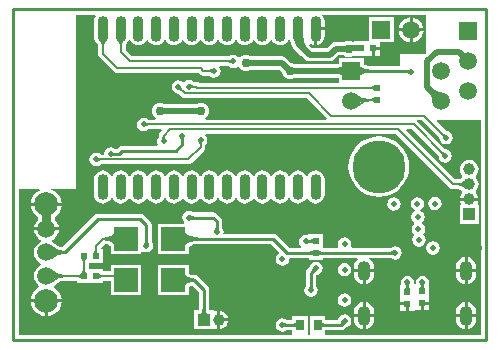
<source format=gbl>
%FSLAX25Y25*%
%MOIN*%
G70*
G01*
G75*
G04 Layer_Physical_Order=2*
G04 Layer_Color=16711680*
%ADD10C,0.01500*%
%ADD11C,0.00800*%
%ADD12C,0.02000*%
%ADD13C,0.01000*%
%ADD14C,0.04000*%
%ADD15R,0.04724X0.09843*%
%ADD16R,0.02756X0.03347*%
%ADD17R,0.02362X0.02362*%
%ADD18O,0.00984X0.04724*%
%ADD19O,0.04724X0.00984*%
%ADD20O,0.04724X0.01772*%
%ADD21O,0.01772X0.04724*%
%ADD22R,0.04724X0.01772*%
%ADD23R,0.02362X0.02362*%
%ADD24R,0.04331X0.04724*%
%ADD25R,0.05118X0.03937*%
%ADD26R,0.07087X0.03937*%
%ADD27R,0.02756X0.04724*%
%ADD28R,0.02992X0.04724*%
%ADD29R,0.03150X0.04724*%
%ADD30R,0.03347X0.02756*%
%ADD31R,0.04724X0.01969*%
%ADD32R,0.03937X0.03150*%
%ADD33R,0.03937X0.07087*%
%ADD34C,0.03000*%
%ADD35C,0.03500*%
%ADD36C,0.17716*%
%ADD37C,0.07874*%
%ADD38C,0.05906*%
%ADD39R,0.05906X0.05906*%
%ADD40R,0.03937X0.03937*%
%ADD41C,0.03937*%
%ADD42O,0.04331X0.06693*%
%ADD43R,0.03937X0.03937*%
%ADD44R,0.05906X0.05906*%
%ADD45C,0.03000*%
%ADD46C,0.02000*%
%ADD47R,0.07874X0.07874*%
%ADD48O,0.03543X0.08661*%
G36*
X27411Y-2182D02*
X27271Y-2364D01*
X26972Y-3087D01*
X26870Y-3863D01*
Y-8981D01*
X26972Y-9757D01*
X27271Y-10480D01*
X27695Y-11033D01*
X27744Y-11105D01*
X27747Y-11101D01*
X27767Y-11116D01*
X28120Y-11644D01*
X28234Y-12217D01*
X28225Y-12293D01*
X28236D01*
Y-14767D01*
X28236Y-14767D01*
X28236D01*
X28360Y-15391D01*
X28713Y-15921D01*
X33547Y-20753D01*
X34076Y-21107D01*
X34700Y-21231D01*
X61728D01*
X62147Y-21650D01*
X62676Y-22003D01*
X63300Y-22127D01*
X65270D01*
X65310Y-22144D01*
X65946Y-22569D01*
X66804Y-22739D01*
X67662Y-22569D01*
X68390Y-22082D01*
X68876Y-21354D01*
X69047Y-20496D01*
X68876Y-19638D01*
X68699Y-19372D01*
X68935Y-18931D01*
X71766D01*
X71806Y-18948D01*
X72442Y-19372D01*
X73300Y-19543D01*
X74158Y-19372D01*
X74747Y-18979D01*
X75226Y-19124D01*
X75242Y-19162D01*
X75674Y-19726D01*
X76238Y-20158D01*
X76895Y-20430D01*
X77600Y-20523D01*
X78305Y-20430D01*
X78962Y-20158D01*
X79112Y-20043D01*
X88471D01*
X89445Y-21017D01*
X89469Y-21205D01*
X89741Y-21862D01*
X90174Y-22426D01*
X90738Y-22858D01*
X91395Y-23131D01*
X92100Y-23223D01*
X92805Y-23131D01*
X93462Y-22858D01*
X93612Y-22743D01*
X108094D01*
X108447Y-22813D01*
Y-24516D01*
X62255D01*
X61772Y-24193D01*
X61147Y-24069D01*
X60134D01*
X60094Y-24052D01*
X59458Y-23628D01*
X58600Y-23457D01*
X57742Y-23628D01*
X57014Y-24114D01*
D01*
X56586Y-24214D01*
X55858Y-23728D01*
X55000Y-23557D01*
X54142Y-23728D01*
X53414Y-24214D01*
X52928Y-24942D01*
X52757Y-25800D01*
X52928Y-26658D01*
X53414Y-27386D01*
X54142Y-27872D01*
X54891Y-28021D01*
X54931Y-28038D01*
X56046Y-29153D01*
X56576Y-29507D01*
X57200Y-29631D01*
X97785D01*
X104392Y-36238D01*
X104200Y-36700D01*
X64064D01*
X63903Y-36227D01*
X64426Y-35826D01*
X64859Y-35262D01*
X65131Y-34605D01*
X65223Y-33900D01*
X65131Y-33195D01*
X64859Y-32538D01*
X64426Y-31974D01*
X63862Y-31542D01*
X63205Y-31269D01*
X62500Y-31177D01*
X61795Y-31269D01*
X61138Y-31542D01*
X60988Y-31657D01*
X50312D01*
X50162Y-31542D01*
X49505Y-31269D01*
X48800Y-31177D01*
X48095Y-31269D01*
X47438Y-31542D01*
X46874Y-31974D01*
X46442Y-32538D01*
X46169Y-33195D01*
X46077Y-33900D01*
X46169Y-34605D01*
X46442Y-35262D01*
X46874Y-35826D01*
X47397Y-36227D01*
X47236Y-36700D01*
X44902D01*
X44862Y-36683D01*
X44227Y-36259D01*
X43369Y-36088D01*
X42510Y-36259D01*
X41782Y-36745D01*
X41296Y-37473D01*
X41125Y-38331D01*
X41296Y-39190D01*
X41782Y-39918D01*
X42510Y-40404D01*
X43369Y-40575D01*
X44227Y-40404D01*
X44862Y-39979D01*
X44902Y-39963D01*
X49277D01*
X49468Y-40425D01*
X48946Y-40946D01*
X48593Y-41476D01*
X48469Y-42100D01*
Y-42366D01*
X48452Y-42406D01*
X48028Y-43042D01*
X47857Y-43900D01*
X48028Y-44758D01*
X48140Y-44926D01*
X47904Y-45367D01*
X36301D01*
X35638Y-45499D01*
X35075Y-45874D01*
X34583Y-46367D01*
X33866D01*
X33358Y-46028D01*
X32500Y-45857D01*
X31642Y-46028D01*
X30914Y-46514D01*
X30428Y-47242D01*
X30257Y-48100D01*
X30036Y-48369D01*
X29134D01*
X29094Y-48352D01*
X28458Y-47928D01*
X27600Y-47757D01*
X26742Y-47928D01*
X26014Y-48414D01*
X25528Y-49142D01*
X25357Y-50000D01*
X25528Y-50858D01*
X26014Y-51586D01*
X26742Y-52072D01*
X27600Y-52243D01*
X28458Y-52072D01*
X29094Y-51648D01*
X29134Y-51631D01*
X58300D01*
X58924Y-51507D01*
X59453Y-51153D01*
X63554Y-47054D01*
X63907Y-46524D01*
X64031Y-45900D01*
X64031Y-45900D01*
Y-45034D01*
X64048Y-44994D01*
X64472Y-44358D01*
X64643Y-43500D01*
X64472Y-42642D01*
X63986Y-41914D01*
X64093Y-41563D01*
X127456D01*
X145346Y-59453D01*
X145876Y-59807D01*
X146500Y-59931D01*
X148113D01*
Y-59947D01*
X148228Y-59931D01*
X148230D01*
X148947Y-60074D01*
X149604Y-60513D01*
X149640Y-60560D01*
X149637Y-60563D01*
X149637D01*
X149637D01*
X149637Y-60563D01*
Y-60563D01*
Y-60563D01*
D01*
X149637Y-60563D01*
X149665Y-60808D01*
X149640Y-61040D01*
X149132Y-61702D01*
X148813Y-62473D01*
X148770Y-62800D01*
X155030D01*
X154987Y-62473D01*
X154668Y-61702D01*
X154160Y-61040D01*
Y-60560D01*
X154668Y-59898D01*
X154987Y-59127D01*
X155096Y-58300D01*
X154987Y-57473D01*
X154668Y-56702D01*
X154160Y-56040D01*
Y-55560D01*
X154668Y-54898D01*
X154987Y-54127D01*
X155096Y-53300D01*
X154987Y-52473D01*
X154668Y-51702D01*
X154160Y-51040D01*
X153498Y-50532D01*
X152727Y-50213D01*
X151900Y-50104D01*
X151073Y-50213D01*
X150302Y-50532D01*
X149640Y-51040D01*
X149132Y-51702D01*
X148813Y-52473D01*
X148704Y-53300D01*
X148813Y-54127D01*
X149132Y-54898D01*
X149640Y-55560D01*
X149688Y-55597D01*
X149688Y-55597D01*
X149637Y-56037D01*
X149637D01*
D01*
D01*
X149637Y-56037D01*
X149640Y-56040D01*
X149604Y-56087D01*
X148947Y-56526D01*
X148230Y-56669D01*
X148228D01*
X148113Y-56653D01*
Y-56669D01*
X147176D01*
X130932Y-40425D01*
X131123Y-39963D01*
X132756D01*
X141699Y-48906D01*
X141716Y-48946D01*
X141865Y-49695D01*
X142351Y-50423D01*
X143079Y-50909D01*
X143937Y-51080D01*
X144795Y-50909D01*
X145523Y-50423D01*
X146009Y-49695D01*
X146180Y-48837D01*
X146009Y-47979D01*
X145523Y-47251D01*
X144795Y-46765D01*
X144046Y-46616D01*
X144006Y-46599D01*
X134585Y-37178D01*
X134644Y-36984D01*
X136177D01*
X141962Y-42769D01*
X141979Y-42809D01*
X142128Y-43558D01*
X142614Y-44286D01*
X143342Y-44772D01*
X144200Y-44943D01*
X145058Y-44772D01*
X145786Y-44286D01*
X146272Y-43558D01*
X146443Y-42700D01*
X146272Y-41842D01*
X145786Y-41114D01*
X145058Y-40628D01*
X144309Y-40479D01*
X144269Y-40462D01*
X141069Y-37262D01*
X141260Y-36800D01*
X155747D01*
Y-108503D01*
X103983D01*
Y-108073D01*
X103983D01*
Y-106933D01*
X109100D01*
X109763Y-106801D01*
X110326Y-106426D01*
X110675Y-106076D01*
X111273Y-105957D01*
X112001Y-105471D01*
X112487Y-104743D01*
X112658Y-103885D01*
X112487Y-103027D01*
X112001Y-102299D01*
X111273Y-101813D01*
X110415Y-101642D01*
X109557Y-101813D01*
X108829Y-102299D01*
X108343Y-103027D01*
X108255Y-103467D01*
X103983D01*
Y-102327D01*
X98828D01*
Y-108073D01*
X98827D01*
Y-108149D01*
X98474Y-108503D01*
X98078D01*
Y-108073D01*
X98078D01*
Y-102327D01*
X92922D01*
Y-103467D01*
X91066D01*
X90558Y-103128D01*
X89700Y-102957D01*
X88842Y-103128D01*
X88114Y-103614D01*
X87628Y-104342D01*
X87457Y-105200D01*
X87628Y-106058D01*
X88114Y-106786D01*
X88842Y-107272D01*
X89700Y-107443D01*
X90558Y-107272D01*
X91066Y-106933D01*
X92922D01*
Y-108073D01*
X92922D01*
Y-108149D01*
X92568Y-108503D01*
X1733D01*
Y-59743D01*
X8645D01*
X8742Y-60233D01*
X8409Y-60371D01*
X7336Y-61194D01*
X6513Y-62268D01*
X5995Y-63517D01*
X5884Y-64358D01*
X16116D01*
X16005Y-63517D01*
X15487Y-62268D01*
X14664Y-61194D01*
X13591Y-60371D01*
X12341Y-59854D01*
X12348Y-59743D01*
X20800D01*
Y-1733D01*
X27190D01*
X27411Y-2182D01*
D02*
G37*
G36*
X137600Y-14200D02*
Y-14528D01*
X137428Y-14700D01*
X128900D01*
Y-18767D01*
X118521D01*
Y-18763D01*
X118485Y-18767D01*
X118375D01*
X117432Y-18643D01*
X116753Y-18361D01*
Y-16347D01*
X108447D01*
Y-18187D01*
X108094Y-18257D01*
X93612D01*
X93462Y-18142D01*
X92805Y-17869D01*
X92617Y-17845D01*
X90986Y-16214D01*
X90258Y-15728D01*
X89400Y-15557D01*
X79112D01*
X78962Y-15442D01*
X78305Y-15169D01*
X77600Y-15077D01*
X76895Y-15169D01*
X76238Y-15442D01*
X75674Y-15874D01*
X75572Y-16008D01*
X75072Y-15992D01*
X74886Y-15714D01*
X74158Y-15228D01*
X73300Y-15057D01*
X72442Y-15228D01*
X71806Y-15652D01*
X71766Y-15669D01*
X39476D01*
X37404Y-13597D01*
Y-11600D01*
D01*
X37409Y-11600D01*
X37409D01*
X37491Y-11462D01*
D01*
D01*
X37491Y-11462D01*
X37491Y-11462D01*
X37467Y-11427D01*
X37507Y-11396D01*
X37707Y-11262D01*
X37734Y-11221D01*
X37892Y-11101D01*
X38368Y-10480D01*
X38475Y-10221D01*
X38975D01*
X39082Y-10480D01*
X39559Y-11101D01*
X40179Y-11577D01*
X40902Y-11876D01*
X41678Y-11978D01*
X42454Y-11876D01*
X43177Y-11577D01*
X43797Y-11101D01*
X44274Y-10480D01*
X44381Y-10221D01*
X44881D01*
X44988Y-10480D01*
X45464Y-11101D01*
X46085Y-11577D01*
X46808Y-11876D01*
X47583Y-11978D01*
X48359Y-11876D01*
X49082Y-11577D01*
X49703Y-11101D01*
X50179Y-10480D01*
X50286Y-10221D01*
X50786D01*
X50893Y-10480D01*
X51370Y-11101D01*
X51990Y-11577D01*
X52713Y-11876D01*
X53489Y-11978D01*
X54265Y-11876D01*
X54988Y-11577D01*
X55608Y-11101D01*
X56085Y-10480D01*
X56192Y-10221D01*
X56692D01*
X56799Y-10480D01*
X57275Y-11101D01*
X57896Y-11577D01*
X58619Y-11876D01*
X59395Y-11978D01*
X60170Y-11876D01*
X60893Y-11577D01*
X61514Y-11101D01*
X61990Y-10480D01*
X62097Y-10221D01*
X62597D01*
X62704Y-10480D01*
X63181Y-11101D01*
X63801Y-11577D01*
X64524Y-11876D01*
X65300Y-11978D01*
X66076Y-11876D01*
X66799Y-11577D01*
X67419Y-11101D01*
X67896Y-10480D01*
X68003Y-10221D01*
X68503D01*
X68610Y-10480D01*
X69086Y-11101D01*
X69707Y-11577D01*
X70430Y-11876D01*
X71206Y-11978D01*
X71981Y-11876D01*
X72704Y-11577D01*
X73325Y-11101D01*
X73801Y-10480D01*
X73908Y-10221D01*
X74408D01*
X74515Y-10480D01*
X74992Y-11101D01*
X75612Y-11577D01*
X76335Y-11876D01*
X77111Y-11978D01*
X77887Y-11876D01*
X78610Y-11577D01*
X79230Y-11101D01*
X79707Y-10480D01*
X79814Y-10221D01*
X80314D01*
X80421Y-10480D01*
X80897Y-11101D01*
X81518Y-11577D01*
X82241Y-11876D01*
X83017Y-11978D01*
X83792Y-11876D01*
X84515Y-11577D01*
X85136Y-11101D01*
X85612Y-10480D01*
X85719Y-10221D01*
X86219D01*
X86326Y-10480D01*
X86803Y-11101D01*
X87423Y-11577D01*
X88146Y-11876D01*
X88922Y-11978D01*
X89698Y-11876D01*
X90421Y-11577D01*
X91041Y-11101D01*
X91518Y-10480D01*
X91625Y-10221D01*
X92125D01*
X92232Y-10480D01*
X92549Y-10893D01*
X92585Y-10946D01*
Y-11206D01*
X92755Y-12064D01*
X93241Y-12792D01*
X93241Y-12792D01*
X93242Y-12792D01*
X96018Y-15568D01*
X96023Y-15574D01*
X96023Y-15574D01*
X96024Y-15574D01*
X97136Y-16686D01*
X97136Y-16686D01*
X97136D01*
X97136Y-16686D01*
X97136D01*
X97136Y-16686D01*
Y-16686D01*
Y-16686D01*
D01*
D01*
X97136D01*
Y-16686D01*
X97864Y-17172D01*
X98722Y-17343D01*
X105378D01*
X106236Y-17172D01*
X106964Y-16686D01*
X106964Y-16686D01*
X106964Y-16686D01*
X108329Y-15321D01*
X110210D01*
X110360Y-15436D01*
X111017Y-15708D01*
X111722Y-15801D01*
X112427Y-15708D01*
X113084Y-15436D01*
X113156Y-15381D01*
X113582Y-15381D01*
Y-15381D01*
X119400D01*
Y-12999D01*
X119899D01*
Y-12500D01*
X122281D01*
Y-10953D01*
X126753D01*
Y-2647D01*
X118447D01*
Y-10619D01*
X113582D01*
Y-10757D01*
X113133D01*
X113084Y-10719D01*
X112427Y-10447D01*
X111722Y-10355D01*
X111017Y-10447D01*
X110360Y-10719D01*
X110210Y-10835D01*
X107400D01*
X106542Y-11006D01*
X105814Y-11492D01*
X104449Y-12857D01*
X99651D01*
X99019Y-12224D01*
X98667Y-11767D01*
X99021Y-11413D01*
X99234Y-11577D01*
X99957Y-11876D01*
X100233Y-11913D01*
Y-6421D01*
X100732D01*
Y-5922D01*
X103730D01*
Y-3863D01*
X103628Y-3087D01*
X103329Y-2364D01*
X102852Y-1744D01*
X102856Y-1733D01*
X137600D01*
Y-14200D01*
D02*
G37*
%LPC*%
G36*
X138606Y-98437D02*
X136725D01*
Y-100318D01*
X138606D01*
Y-98437D01*
D02*
G37*
G36*
X150408Y-97551D02*
X150029Y-97601D01*
X149211Y-97940D01*
X148508Y-98479D01*
X147968Y-99182D01*
X147629Y-100001D01*
X147513Y-100880D01*
Y-101561D01*
X150408D01*
Y-97551D01*
D02*
G37*
G36*
X151408D02*
Y-101561D01*
X154302D01*
Y-100880D01*
X154187Y-100001D01*
X153848Y-99182D01*
X153308Y-98479D01*
X152605Y-97940D01*
X151786Y-97601D01*
X151408Y-97551D01*
D02*
G37*
G36*
X130825Y-98537D02*
X128944D01*
Y-100418D01*
X130825D01*
Y-98537D01*
D02*
G37*
G36*
X116392Y-87600D02*
X113498D01*
Y-88281D01*
X113613Y-89160D01*
X113953Y-89978D01*
X114492Y-90681D01*
X115195Y-91221D01*
X116014Y-91560D01*
X116392Y-91610D01*
Y-87600D01*
D02*
G37*
G36*
X120287D02*
X117392D01*
Y-91610D01*
X117771Y-91560D01*
X118589Y-91221D01*
X119292Y-90681D01*
X119832Y-89978D01*
X120171Y-89160D01*
X120287Y-88281D01*
Y-87600D01*
D02*
G37*
G36*
X150408D02*
X147513D01*
Y-88281D01*
X147629Y-89160D01*
X147968Y-89978D01*
X148508Y-90681D01*
X149211Y-91221D01*
X150029Y-91560D01*
X150408Y-91610D01*
Y-87600D01*
D02*
G37*
G36*
X58437Y-85063D02*
X48163D01*
Y-95337D01*
X58437D01*
Y-92426D01*
X58454Y-92413D01*
X59345Y-92044D01*
X59652Y-92004D01*
X61767Y-94118D01*
Y-99955D01*
X61755Y-99955D01*
Y-99955D01*
X61425Y-100331D01*
X60331D01*
Y-106668D01*
X66668D01*
Y-106653D01*
X67084Y-106376D01*
X67594Y-106587D01*
X67921Y-106630D01*
Y-103501D01*
Y-100370D01*
X67594Y-100413D01*
X67084Y-100624D01*
X66668Y-100347D01*
Y-100331D01*
X65575D01*
X65245Y-99955D01*
Y-99955D01*
X65233Y-99955D01*
Y-93400D01*
X65101Y-92737D01*
X64726Y-92174D01*
X61526Y-88974D01*
X60963Y-88599D01*
X60300Y-88467D01*
X60300D01*
Y-88466D01*
X60289Y-88467D01*
X60187D01*
X59345Y-88356D01*
X58454Y-87987D01*
X58437Y-87974D01*
Y-85063D01*
D02*
G37*
G36*
X110415Y-94657D02*
X109557Y-94828D01*
X108829Y-95314D01*
X108343Y-96042D01*
X108172Y-96900D01*
X108343Y-97758D01*
X108829Y-98486D01*
X109557Y-98972D01*
X110415Y-99143D01*
X111273Y-98972D01*
X112001Y-98486D01*
X112487Y-97758D01*
X112658Y-96900D01*
X112487Y-96042D01*
X112001Y-95314D01*
X111273Y-94828D01*
X110415Y-94657D01*
D02*
G37*
G36*
X100800Y-84057D02*
X99942Y-84228D01*
X99214Y-84714D01*
X98728Y-85442D01*
X98609Y-86040D01*
X97974Y-86674D01*
X97599Y-87237D01*
X97467Y-87900D01*
Y-92234D01*
X97128Y-92742D01*
X96957Y-93600D01*
X97128Y-94458D01*
X97614Y-95186D01*
X98342Y-95672D01*
X99200Y-95843D01*
X100058Y-95672D01*
X100786Y-95186D01*
X101272Y-94458D01*
X101443Y-93600D01*
X101272Y-92742D01*
X100933Y-92234D01*
Y-88618D01*
X101060Y-88491D01*
X101658Y-88372D01*
X102386Y-87886D01*
X102872Y-87158D01*
X103043Y-86300D01*
X102872Y-85442D01*
X102386Y-84714D01*
X101658Y-84228D01*
X100800Y-84057D01*
D02*
G37*
G36*
X150408Y-102561D02*
X147513D01*
Y-103242D01*
X147629Y-104120D01*
X147968Y-104939D01*
X148508Y-105642D01*
X149211Y-106181D01*
X150029Y-106520D01*
X150408Y-106570D01*
Y-102561D01*
D02*
G37*
G36*
X154302D02*
X151408D01*
Y-106570D01*
X151786Y-106520D01*
X152605Y-106181D01*
X153308Y-105642D01*
X153848Y-104939D01*
X154187Y-104120D01*
X154302Y-103242D01*
Y-102561D01*
D02*
G37*
G36*
X120287D02*
X117392D01*
Y-106570D01*
X117771Y-106520D01*
X118589Y-106181D01*
X119292Y-105642D01*
X119832Y-104939D01*
X120171Y-104120D01*
X120287Y-103242D01*
Y-102561D01*
D02*
G37*
G36*
X71551Y-104000D02*
X68921D01*
Y-106630D01*
X69248Y-106587D01*
X70019Y-106268D01*
X70681Y-105760D01*
X71189Y-105098D01*
X71508Y-104327D01*
X71551Y-104000D01*
D02*
G37*
G36*
X116392Y-102561D02*
X113498D01*
Y-103242D01*
X113613Y-104120D01*
X113953Y-104939D01*
X114492Y-105642D01*
X115195Y-106181D01*
X116014Y-106520D01*
X116392Y-106570D01*
Y-102561D01*
D02*
G37*
G36*
Y-97551D02*
X116014Y-97601D01*
X115195Y-97940D01*
X114492Y-98479D01*
X113953Y-99182D01*
X113613Y-100001D01*
X113498Y-100880D01*
Y-101561D01*
X116392D01*
Y-97551D01*
D02*
G37*
G36*
X117392D02*
Y-101561D01*
X120287D01*
Y-100880D01*
X120171Y-100001D01*
X119832Y-99182D01*
X119292Y-98479D01*
X118589Y-97940D01*
X117771Y-97601D01*
X117392Y-97551D01*
D02*
G37*
G36*
X16116Y-97642D02*
X11500D01*
Y-102257D01*
X12341Y-102146D01*
X13591Y-101629D01*
X14664Y-100805D01*
X15487Y-99732D01*
X16005Y-98483D01*
X16116Y-97642D01*
D02*
G37*
G36*
X68921Y-100370D02*
Y-103000D01*
X71551D01*
X71508Y-102673D01*
X71189Y-101902D01*
X70681Y-101240D01*
X70019Y-100732D01*
X69248Y-100413D01*
X68921Y-100370D01*
D02*
G37*
G36*
X10500Y-97642D02*
X5884D01*
X5995Y-98483D01*
X6513Y-99732D01*
X7336Y-100805D01*
X8409Y-101629D01*
X9659Y-102146D01*
X10500Y-102257D01*
Y-97642D01*
D02*
G37*
G36*
X154302Y-87600D02*
X151408D01*
Y-91610D01*
X151786Y-91560D01*
X152605Y-91221D01*
X153308Y-90681D01*
X153848Y-89978D01*
X154187Y-89160D01*
X154302Y-88281D01*
Y-87600D01*
D02*
G37*
G36*
X100733Y-53622D02*
X99957Y-53724D01*
X99234Y-54023D01*
X98614Y-54500D01*
X98137Y-55120D01*
X98030Y-55379D01*
X97530D01*
X97423Y-55120D01*
X96947Y-54500D01*
X96326Y-54023D01*
X95603Y-53724D01*
X94828Y-53622D01*
X94052Y-53724D01*
X93329Y-54023D01*
X92708Y-54500D01*
X92232Y-55120D01*
X92125Y-55379D01*
X91625D01*
X91518Y-55120D01*
X91041Y-54500D01*
X90421Y-54023D01*
X89698Y-53724D01*
X88922Y-53622D01*
X88146Y-53724D01*
X87423Y-54023D01*
X86803Y-54500D01*
X86326Y-55120D01*
X86219Y-55379D01*
X85719D01*
X85612Y-55120D01*
X85136Y-54500D01*
X84515Y-54023D01*
X83792Y-53724D01*
X83017Y-53622D01*
X82241Y-53724D01*
X81518Y-54023D01*
X80897Y-54500D01*
X80421Y-55120D01*
X80314Y-55379D01*
X79814D01*
X79707Y-55120D01*
X79230Y-54500D01*
X78610Y-54023D01*
X77887Y-53724D01*
X77111Y-53622D01*
X76335Y-53724D01*
X75612Y-54023D01*
X74992Y-54500D01*
X74515Y-55120D01*
X74408Y-55379D01*
X73908D01*
X73801Y-55120D01*
X73325Y-54500D01*
X72704Y-54023D01*
X71981Y-53724D01*
X71206Y-53622D01*
X70430Y-53724D01*
X69707Y-54023D01*
X69086Y-54500D01*
X68610Y-55120D01*
X68503Y-55379D01*
X68003D01*
X67896Y-55120D01*
X67419Y-54500D01*
X66799Y-54023D01*
X66076Y-53724D01*
X65300Y-53622D01*
X64524Y-53724D01*
X63801Y-54023D01*
X63181Y-54500D01*
X62704Y-55120D01*
X62597Y-55379D01*
X62097D01*
X61990Y-55120D01*
X61514Y-54500D01*
X60893Y-54023D01*
X60170Y-53724D01*
X59395Y-53622D01*
X58619Y-53724D01*
X57896Y-54023D01*
X57275Y-54500D01*
X56799Y-55120D01*
X56692Y-55379D01*
X56192D01*
X56085Y-55120D01*
X55608Y-54500D01*
X54988Y-54023D01*
X54265Y-53724D01*
X53489Y-53622D01*
X52713Y-53724D01*
X51990Y-54023D01*
X51370Y-54500D01*
X50893Y-55120D01*
X50786Y-55379D01*
X50286D01*
X50179Y-55120D01*
X49703Y-54500D01*
X49082Y-54023D01*
X48359Y-53724D01*
X47583Y-53622D01*
X46808Y-53724D01*
X46085Y-54023D01*
X45464Y-54500D01*
X44988Y-55120D01*
X44881Y-55379D01*
X44381D01*
X44274Y-55120D01*
X43797Y-54500D01*
X43177Y-54023D01*
X42454Y-53724D01*
X41678Y-53622D01*
X40902Y-53724D01*
X40179Y-54023D01*
X39559Y-54500D01*
X39082Y-55120D01*
X38975Y-55379D01*
X38475D01*
X38368Y-55120D01*
X37892Y-54500D01*
X37271Y-54023D01*
X36548Y-53724D01*
X35772Y-53622D01*
X34997Y-53724D01*
X34274Y-54023D01*
X33653Y-54500D01*
X33177Y-55120D01*
X33070Y-55379D01*
X32570D01*
X32463Y-55120D01*
X31986Y-54500D01*
X31366Y-54023D01*
X30643Y-53724D01*
X29867Y-53622D01*
X29091Y-53724D01*
X28368Y-54023D01*
X27747Y-54500D01*
X27271Y-55120D01*
X26972Y-55843D01*
X26870Y-56619D01*
Y-61737D01*
X26972Y-62513D01*
X27271Y-63236D01*
X27747Y-63856D01*
X28368Y-64333D01*
X29091Y-64632D01*
X29867Y-64734D01*
X30643Y-64632D01*
X31366Y-64333D01*
X31986Y-63856D01*
X32463Y-63236D01*
X32570Y-62977D01*
X33070D01*
X33177Y-63236D01*
X33653Y-63856D01*
X34274Y-64333D01*
X34997Y-64632D01*
X35772Y-64734D01*
X36548Y-64632D01*
X37271Y-64333D01*
X37892Y-63856D01*
X38368Y-63236D01*
X38475Y-62977D01*
X38975D01*
X39082Y-63236D01*
X39559Y-63856D01*
X40179Y-64333D01*
X40902Y-64632D01*
X41678Y-64734D01*
X42454Y-64632D01*
X43177Y-64333D01*
X43797Y-63856D01*
X44274Y-63236D01*
X44381Y-62977D01*
X44881D01*
X44988Y-63236D01*
X45464Y-63856D01*
X46085Y-64333D01*
X46808Y-64632D01*
X47583Y-64734D01*
X48359Y-64632D01*
X49082Y-64333D01*
X49703Y-63856D01*
X50179Y-63236D01*
X50286Y-62977D01*
X50786D01*
X50893Y-63236D01*
X51370Y-63856D01*
X51990Y-64333D01*
X52713Y-64632D01*
X53489Y-64734D01*
X54265Y-64632D01*
X54988Y-64333D01*
X55608Y-63856D01*
X56085Y-63236D01*
X56192Y-62977D01*
X56692D01*
X56799Y-63236D01*
X57275Y-63856D01*
X57896Y-64333D01*
X58619Y-64632D01*
X59395Y-64734D01*
X60170Y-64632D01*
X60893Y-64333D01*
X61514Y-63856D01*
X61990Y-63236D01*
X62097Y-62977D01*
X62597D01*
X62704Y-63236D01*
X63181Y-63856D01*
X63801Y-64333D01*
X64524Y-64632D01*
X65300Y-64734D01*
X66076Y-64632D01*
X66799Y-64333D01*
X67419Y-63856D01*
X67896Y-63236D01*
X68003Y-62977D01*
X68503D01*
X68610Y-63236D01*
X69086Y-63856D01*
X69707Y-64333D01*
X70430Y-64632D01*
X71206Y-64734D01*
X71981Y-64632D01*
X72704Y-64333D01*
X73325Y-63856D01*
X73801Y-63236D01*
X73908Y-62977D01*
X74408D01*
X74515Y-63236D01*
X74992Y-63856D01*
X75612Y-64333D01*
X76335Y-64632D01*
X77111Y-64734D01*
X77887Y-64632D01*
X78610Y-64333D01*
X79230Y-63856D01*
X79707Y-63236D01*
X79814Y-62977D01*
X80314D01*
X80421Y-63236D01*
X80897Y-63856D01*
X81518Y-64333D01*
X82241Y-64632D01*
X83017Y-64734D01*
X83792Y-64632D01*
X84515Y-64333D01*
X85136Y-63856D01*
X85612Y-63236D01*
X85719Y-62977D01*
X86219D01*
X86326Y-63236D01*
X86803Y-63856D01*
X87423Y-64333D01*
X88146Y-64632D01*
X88922Y-64734D01*
X89698Y-64632D01*
X90421Y-64333D01*
X91041Y-63856D01*
X91518Y-63236D01*
X91625Y-62977D01*
X92125D01*
X92232Y-63236D01*
X92708Y-63856D01*
X93329Y-64333D01*
X94052Y-64632D01*
X94828Y-64734D01*
X95603Y-64632D01*
X96326Y-64333D01*
X96947Y-63856D01*
X97423Y-63236D01*
X97530Y-62977D01*
X98030D01*
X98137Y-63236D01*
X98614Y-63856D01*
X99234Y-64333D01*
X99957Y-64632D01*
X100733Y-64734D01*
X101509Y-64632D01*
X102232Y-64333D01*
X102852Y-63856D01*
X103329Y-63236D01*
X103628Y-62513D01*
X103730Y-61737D01*
Y-56619D01*
X103628Y-55843D01*
X103329Y-55120D01*
X102852Y-54500D01*
X102232Y-54023D01*
X101509Y-53724D01*
X100733Y-53622D01*
D02*
G37*
G36*
X122281Y-13500D02*
X120400D01*
Y-15381D01*
X122281D01*
Y-13500D01*
D02*
G37*
G36*
X121800Y-42293D02*
X119828Y-42487D01*
X117932Y-43062D01*
X116185Y-43996D01*
X114653Y-45253D01*
X113396Y-46785D01*
X112462Y-48532D01*
X111887Y-50428D01*
X111693Y-52400D01*
X111887Y-54372D01*
X112462Y-56268D01*
X113396Y-58015D01*
X114653Y-59547D01*
X116185Y-60804D01*
X117932Y-61738D01*
X119828Y-62313D01*
X121800Y-62507D01*
X123772Y-62313D01*
X125668Y-61738D01*
X127415Y-60804D01*
X128947Y-59547D01*
X130204Y-58015D01*
X131138Y-56268D01*
X131713Y-54372D01*
X131907Y-52400D01*
X131713Y-50428D01*
X131138Y-48532D01*
X130204Y-46785D01*
X128947Y-45253D01*
X127415Y-43996D01*
X125668Y-43062D01*
X123772Y-42487D01*
X121800Y-42293D01*
D02*
G37*
G36*
X126800Y-62651D02*
X125942Y-62822D01*
X125214Y-63308D01*
X124728Y-64036D01*
X124557Y-64894D01*
X124728Y-65753D01*
X125214Y-66481D01*
X125942Y-66967D01*
X126800Y-67138D01*
X127658Y-66967D01*
X128386Y-66481D01*
X128872Y-65753D01*
X129043Y-64894D01*
X128872Y-64036D01*
X128386Y-63308D01*
X127658Y-62822D01*
X126800Y-62651D01*
D02*
G37*
G36*
X140500Y-62457D02*
X139642Y-62628D01*
X138914Y-63114D01*
X138428Y-63842D01*
X138257Y-64700D01*
X138428Y-65558D01*
X138914Y-66286D01*
X139642Y-66772D01*
X140500Y-66943D01*
X141358Y-66772D01*
X142086Y-66286D01*
X142572Y-65558D01*
X142743Y-64700D01*
X142572Y-63842D01*
X142086Y-63114D01*
X141358Y-62628D01*
X140500Y-62457D01*
D02*
G37*
G36*
X132100Y-2677D02*
X131516Y-2754D01*
X130506Y-3173D01*
X129638Y-3838D01*
X128973Y-4706D01*
X128554Y-5716D01*
X128477Y-6300D01*
X132100D01*
Y-2677D01*
D02*
G37*
G36*
X133100D02*
Y-6300D01*
X136723D01*
X136646Y-5716D01*
X136227Y-4706D01*
X135562Y-3838D01*
X134694Y-3173D01*
X133684Y-2754D01*
X133100Y-2677D01*
D02*
G37*
G36*
X136723Y-7300D02*
X133100D01*
Y-10923D01*
X133684Y-10846D01*
X134694Y-10427D01*
X135562Y-9762D01*
X136227Y-8894D01*
X136646Y-7884D01*
X136723Y-7300D01*
D02*
G37*
G36*
X103730Y-6922D02*
X101233D01*
Y-11913D01*
X101509Y-11876D01*
X102232Y-11577D01*
X102852Y-11101D01*
X103329Y-10480D01*
X103628Y-9757D01*
X103730Y-8981D01*
Y-6922D01*
D02*
G37*
G36*
X132100Y-7300D02*
X128477D01*
X128554Y-7884D01*
X128973Y-8894D01*
X129638Y-9762D01*
X130506Y-10427D01*
X131516Y-10846D01*
X132100Y-10923D01*
Y-7300D01*
D02*
G37*
G36*
X151408Y-82590D02*
Y-86600D01*
X154302D01*
Y-85919D01*
X154187Y-85040D01*
X153848Y-84222D01*
X153308Y-83519D01*
X152605Y-82979D01*
X151786Y-82640D01*
X151408Y-82590D01*
D02*
G37*
G36*
X58600Y-67157D02*
X57742Y-67328D01*
X57014Y-67814D01*
X56528Y-68542D01*
X56357Y-69400D01*
X56528Y-70258D01*
X56971Y-70922D01*
X56735Y-71363D01*
X48163D01*
Y-81637D01*
X58437D01*
Y-79063D01*
X59080Y-78719D01*
X60314Y-78345D01*
X61445Y-78233D01*
X61598Y-78248D01*
Y-78233D01*
X85818D01*
X88485Y-80901D01*
X88436Y-81398D01*
X88114Y-81614D01*
X87628Y-82342D01*
X87457Y-83200D01*
X87628Y-84058D01*
X88114Y-84786D01*
X88842Y-85272D01*
X89700Y-85443D01*
X90558Y-85272D01*
X91286Y-84786D01*
X91772Y-84058D01*
X91943Y-83200D01*
X92218Y-82865D01*
X98419D01*
Y-83513D01*
X103181D01*
Y-82865D01*
X114566D01*
X114727Y-83338D01*
X114492Y-83519D01*
X113953Y-84222D01*
X113613Y-85040D01*
X113498Y-85919D01*
Y-86600D01*
X120287D01*
Y-85919D01*
X120171Y-85040D01*
X119832Y-84222D01*
X119292Y-83519D01*
X118589Y-82979D01*
X118612Y-82865D01*
X125903D01*
X126410Y-83204D01*
X127269Y-83375D01*
X128127Y-83204D01*
X128855Y-82718D01*
X129341Y-81990D01*
X129512Y-81132D01*
X129341Y-80273D01*
X128855Y-79545D01*
X128127Y-79059D01*
X127269Y-78888D01*
X126410Y-79059D01*
X125903Y-79398D01*
X112722D01*
X112487Y-78958D01*
X112658Y-78100D01*
X112487Y-77242D01*
X112001Y-76514D01*
X111273Y-76028D01*
X110415Y-75857D01*
X109557Y-76028D01*
X108829Y-76514D01*
X108343Y-77242D01*
X108172Y-78100D01*
X108343Y-78958D01*
X108107Y-79398D01*
X103181D01*
Y-74813D01*
X98419D01*
Y-74860D01*
X98032Y-75177D01*
X97400Y-75051D01*
X96542Y-75222D01*
X95814Y-75708D01*
X95328Y-76436D01*
X95157Y-77294D01*
X95328Y-78153D01*
X95814Y-78881D01*
X95872Y-78920D01*
X95727Y-79398D01*
X91885D01*
X87761Y-75274D01*
X87199Y-74899D01*
X86536Y-74767D01*
X70305D01*
X69987Y-74380D01*
X70043Y-74100D01*
X69872Y-73242D01*
X69533Y-72734D01*
Y-70500D01*
X69401Y-69837D01*
X69026Y-69274D01*
X69026Y-69274D01*
X67926Y-68174D01*
X67363Y-67799D01*
X66700Y-67667D01*
X59966D01*
X59458Y-67328D01*
X58600Y-67157D01*
D02*
G37*
G36*
X150408Y-82590D02*
X150029Y-82640D01*
X149211Y-82979D01*
X148508Y-83519D01*
X147968Y-84222D01*
X147629Y-85040D01*
X147513Y-85919D01*
Y-86600D01*
X150408D01*
Y-82590D01*
D02*
G37*
G36*
X136300Y-88757D02*
X135442Y-88928D01*
X134714Y-89414D01*
X134228Y-90142D01*
X134057Y-91000D01*
X134106Y-91247D01*
X133905Y-91448D01*
X133816D01*
X133485Y-91292D01*
X133543Y-91000D01*
X133372Y-90142D01*
X132886Y-89414D01*
X132158Y-88928D01*
X131300Y-88757D01*
X130442Y-88928D01*
X129714Y-89414D01*
X129228Y-90142D01*
X129057Y-91000D01*
X129150Y-91468D01*
X128944Y-91719D01*
X128944D01*
Y-96481D01*
Y-97537D01*
X131326D01*
Y-98036D01*
X131825D01*
Y-100418D01*
X133706D01*
Y-100418D01*
X133806Y-100318D01*
X133844D01*
X134060Y-100318D01*
X134060Y-100318D01*
Y-100318D01*
X135725D01*
Y-97936D01*
X136224D01*
Y-97437D01*
X138606D01*
Y-96381D01*
Y-91619D01*
X138606D01*
X138456Y-91436D01*
X138543Y-91000D01*
X138372Y-90142D01*
X137886Y-89414D01*
X137158Y-88928D01*
X136300Y-88757D01*
D02*
G37*
G36*
X110415Y-84457D02*
X109557Y-84628D01*
X108829Y-85114D01*
X108343Y-85842D01*
X108172Y-86700D01*
X108343Y-87558D01*
X108829Y-88286D01*
X109557Y-88772D01*
X110415Y-88943D01*
X111273Y-88772D01*
X112001Y-88286D01*
X112487Y-87558D01*
X112658Y-86700D01*
X112487Y-85842D01*
X112001Y-85114D01*
X111273Y-84628D01*
X110415Y-84457D01*
D02*
G37*
G36*
X16116Y-65358D02*
X5884D01*
X5995Y-66199D01*
X6513Y-67449D01*
X7336Y-68522D01*
X8277Y-69244D01*
Y-69981D01*
X8038Y-70164D01*
X7373Y-71032D01*
X6954Y-72042D01*
X6877Y-72626D01*
X15123D01*
X15046Y-72042D01*
X14627Y-71032D01*
X13962Y-70164D01*
X13723Y-69981D01*
Y-69244D01*
X14664Y-68522D01*
X15487Y-67449D01*
X16005Y-66199D01*
X16116Y-65358D01*
D02*
G37*
G36*
X155030Y-63800D02*
X148770D01*
X148813Y-64127D01*
X149057Y-64716D01*
X148779Y-65131D01*
X148732D01*
Y-71469D01*
X155069D01*
Y-65131D01*
X155021D01*
X154743Y-64716D01*
X154987Y-64127D01*
X155030Y-63800D01*
D02*
G37*
G36*
X134700Y-62557D02*
X133842Y-62728D01*
X133114Y-63214D01*
X132628Y-63942D01*
X132457Y-64800D01*
X132628Y-65658D01*
X133114Y-66386D01*
X133709Y-66783D01*
Y-67283D01*
X133214Y-67614D01*
X132728Y-68342D01*
X132557Y-69200D01*
X132728Y-70058D01*
X133214Y-70786D01*
X133559Y-71017D01*
Y-71517D01*
X133414Y-71614D01*
X132928Y-72342D01*
X132757Y-73200D01*
X132928Y-74058D01*
X133414Y-74786D01*
X133456Y-74814D01*
X133553Y-75305D01*
X133128Y-75942D01*
X132957Y-76800D01*
X133128Y-77658D01*
X133614Y-78386D01*
X134342Y-78872D01*
X135200Y-79043D01*
X136058Y-78872D01*
X136786Y-78386D01*
X137272Y-77658D01*
X137443Y-76800D01*
X137272Y-75942D01*
X136786Y-75214D01*
X136586Y-75080D01*
Y-74786D01*
X137072Y-74058D01*
X137243Y-73200D01*
X137072Y-72342D01*
X136586Y-71614D01*
X136241Y-71383D01*
Y-70883D01*
X136386Y-70786D01*
X136872Y-70058D01*
X137043Y-69200D01*
X136872Y-68342D01*
X136386Y-67614D01*
X135658Y-67128D01*
X135558Y-67108D01*
Y-66872D01*
X136286Y-66386D01*
X136772Y-65658D01*
X136943Y-64800D01*
X136772Y-63942D01*
X136286Y-63214D01*
X135558Y-62728D01*
X134700Y-62557D01*
D02*
G37*
G36*
X139884Y-77257D02*
X139026Y-77428D01*
X138298Y-77914D01*
X137812Y-78642D01*
X137641Y-79500D01*
X137812Y-80358D01*
X138298Y-81086D01*
X139026Y-81572D01*
X139884Y-81743D01*
X140743Y-81572D01*
X141470Y-81086D01*
X141957Y-80358D01*
X142127Y-79500D01*
X141957Y-78642D01*
X141470Y-77914D01*
X140743Y-77428D01*
X139884Y-77257D01*
D02*
G37*
G36*
X42363Y-68167D02*
X28200D01*
X27537Y-68299D01*
X26974Y-68674D01*
X16428Y-79221D01*
X15833Y-79143D01*
X14818Y-78722D01*
X14013Y-78105D01*
X13962Y-78038D01*
X13094Y-77373D01*
X12950Y-77313D01*
Y-76813D01*
X13094Y-76753D01*
X13962Y-76088D01*
X14627Y-75220D01*
X15046Y-74210D01*
X15123Y-73626D01*
X6877D01*
X6954Y-74210D01*
X7373Y-75220D01*
X8038Y-76088D01*
X8906Y-76753D01*
X9050Y-76813D01*
Y-77313D01*
X8906Y-77373D01*
X8038Y-78038D01*
X7373Y-78906D01*
X6954Y-79916D01*
X6811Y-81000D01*
X6954Y-82084D01*
X7373Y-83094D01*
X8038Y-83962D01*
X8906Y-84627D01*
X9050Y-84687D01*
Y-85187D01*
X8906Y-85247D01*
X8038Y-85912D01*
X7373Y-86780D01*
X6954Y-87790D01*
X6811Y-88874D01*
X6954Y-89958D01*
X7373Y-90968D01*
X8038Y-91836D01*
X8473Y-92169D01*
X8409Y-92655D01*
X7336Y-93478D01*
X6513Y-94551D01*
X5995Y-95801D01*
X5884Y-96642D01*
X16116D01*
X16005Y-95801D01*
X15487Y-94551D01*
X14664Y-93478D01*
X13591Y-92655D01*
X13527Y-92169D01*
X13962Y-91836D01*
X14019Y-91760D01*
X14887Y-91095D01*
X15985Y-90640D01*
X17009Y-90505D01*
X17100D01*
X17163Y-90512D01*
Y-90505D01*
X21082D01*
Y-91306D01*
X29781D01*
Y-90557D01*
X32415D01*
Y-95337D01*
X42689D01*
Y-85063D01*
X32415D01*
Y-87294D01*
X29781D01*
Y-86544D01*
X25094D01*
Y-84681D01*
X29781D01*
Y-79919D01*
X29342D01*
X29150Y-79457D01*
X30419Y-78188D01*
X31125Y-78281D01*
X32360Y-78792D01*
X32415Y-78834D01*
Y-81637D01*
X42689D01*
Y-80821D01*
X43130Y-80585D01*
X43505Y-80835D01*
X44363Y-81006D01*
X45221Y-80835D01*
X45949Y-80349D01*
X46435Y-79621D01*
X46606Y-78763D01*
X46435Y-77905D01*
X46096Y-77397D01*
Y-71900D01*
X45964Y-71237D01*
X45589Y-70674D01*
X43589Y-68674D01*
X43026Y-68299D01*
X42363Y-68167D01*
D02*
G37*
%LPD*%
D11*
X148113Y-58300D02*
G03*
X150791Y-57191I0J3787D01*
G01*
Y-59409D02*
G03*
X148113Y-58300I-2678J-2678D01*
G01*
X119767Y-30084D02*
G03*
X114405Y-32305I0J-7582D01*
G01*
X117835Y-30084D02*
G03*
X113839Y-31739I0J-5651D01*
G01*
X115904Y-30084D02*
G03*
X113274Y-31174I0J-3720D01*
G01*
X114405Y-28695D02*
G03*
X117759Y-30084I3354J3354D01*
G01*
X113839Y-29261D02*
G03*
X115828Y-30084I1988J1988D01*
G01*
X17163Y-88874D02*
G03*
X12805Y-90679I0J-6163D01*
G01*
X15232Y-88874D02*
G03*
X12239Y-90113I0J-4231D01*
G01*
X12805Y-87069D02*
G03*
X17163Y-88874I4358J4358D01*
G01*
X12239Y-87635D02*
G03*
X15232Y-88874I2992J2992D01*
G01*
X29867Y-12293D02*
G03*
X28897Y-9951I-3311J0D01*
G01*
X30837D02*
G03*
X29867Y-12293I2342J-2342D01*
G01*
X35772Y-11600D02*
G03*
X34991Y-10109I-1814J0D01*
G01*
X36553D02*
G03*
X35772Y-11600I1033J-1491D01*
G01*
X119262Y-30084D02*
G03*
X120595Y-29532I0J1886D01*
G01*
Y-30637D02*
G03*
X119262Y-30084I-1333J-1333D01*
G01*
Y-26147D02*
G03*
X120595Y-25595I0J1886D01*
G01*
Y-26700D02*
G03*
X119262Y-26147I-1333J-1333D01*
G01*
X23463Y-87040D02*
G03*
X24015Y-88373I1886J0D01*
G01*
X22911D02*
G03*
X23463Y-87040I-1333J1333D01*
G01*
X21701Y-88874D02*
G03*
X22911Y-88373I0J1711D01*
G01*
Y-89477D02*
G03*
X21454Y-88874I-1457J-1457D01*
G01*
X29286Y-88925D02*
G03*
X27952Y-89477I0J-1886D01*
G01*
Y-88373D02*
G03*
X29286Y-88925I1333J1333D01*
G01*
X29800Y-76500D02*
G03*
X34880Y-74182I0J6725D01*
G01*
X31554Y-76500D02*
G03*
X35485Y-74706I0J5204D01*
G01*
X33307Y-76500D02*
G03*
X36089Y-75231I0J3683D01*
G01*
X34880Y-78818D02*
G03*
X29800Y-76500I-5080J-4408D01*
G01*
X35485Y-78294D02*
G03*
X31554Y-76500I-3931J-3411D01*
G01*
X36089Y-77769D02*
G03*
X33307Y-76500I-2782J-2414D01*
G01*
X23463Y-84186D02*
G03*
X22911Y-82852I-1886J0D01*
G01*
X24015D02*
G03*
X23463Y-84186I1333J-1333D01*
G01*
X27400Y-80414D02*
G03*
X27952Y-81748I1886J0D01*
G01*
X26848D02*
G03*
X27400Y-80414I-1333J1333D01*
G01*
X142913Y-47813D02*
G03*
X143937Y-48237I1024J1024D01*
G01*
X143337Y-48837D02*
G03*
X142913Y-47813I-1448J0D01*
G01*
X50100Y-42452D02*
G03*
X50524Y-43476I1448J0D01*
G01*
X49676D02*
G03*
X50100Y-42452I-1024J1024D01*
G01*
X44817Y-38331D02*
G03*
X43793Y-38756I0J-1448D01*
G01*
Y-37907D02*
G03*
X44817Y-38331I1024J1024D01*
G01*
X143176Y-41676D02*
G03*
X144200Y-42100I1024J1024D01*
G01*
X143600Y-42700D02*
G03*
X143176Y-41676I-1448J0D01*
G01*
X56024Y-26824D02*
G03*
X55000Y-26400I-1024J-1024D01*
G01*
X55600Y-25800D02*
G03*
X56024Y-26824I1448J0D01*
G01*
X60049Y-25700D02*
G03*
X59024Y-26124I0J-1448D01*
G01*
Y-25276D02*
G03*
X60049Y-25700I1024J1024D01*
G01*
X62400Y-44949D02*
G03*
X61976Y-43924I-1448J0D01*
G01*
X62824D02*
G03*
X62400Y-44949I1024J-1024D01*
G01*
X29048Y-50000D02*
G03*
X28024Y-50424I0J-1448D01*
G01*
Y-49576D02*
G03*
X29048Y-50000I1024J1024D01*
G01*
X65355Y-20496D02*
G03*
X66380Y-20072I0J1448D01*
G01*
Y-20920D02*
G03*
X65355Y-20496I-1024J-1024D01*
G01*
X71851Y-17300D02*
G03*
X72876Y-16876I0J1448D01*
G01*
Y-17724D02*
G03*
X71851Y-17300I-1024J-1024D01*
G01*
X27400Y-88925D02*
X36277D01*
X29800Y-76500D02*
X37552D01*
X27400Y-78900D02*
X29800Y-76500D01*
X27400Y-82300D02*
Y-78900D01*
X23463Y-88925D02*
Y-82300D01*
X11000Y-88874D02*
X23412D01*
X35772Y-14272D02*
X38800Y-17300D01*
X73300D01*
X55000Y-25800D02*
X55100Y-25900D01*
X113016Y-30084D02*
X121147D01*
X64600Y-26147D02*
X121147D01*
X50100Y-43900D02*
Y-42100D01*
X52268Y-39931D01*
X62400Y-45900D02*
Y-43500D01*
X27600Y-50000D02*
X58000D01*
X58300D01*
X62400Y-45900D01*
X52268Y-39931D02*
X128131D01*
X146500Y-58300D01*
X151900D01*
X43369Y-38331D02*
X133431D01*
X143937Y-48837D01*
X55000Y-25800D02*
X57200Y-28000D01*
X35772Y-14272D02*
Y-11600D01*
Y-6422D01*
X29867Y-14767D02*
Y-6422D01*
X34700Y-19600D02*
X62404D01*
X29867Y-14767D02*
X34700Y-19600D01*
X62404D02*
X63300Y-20496D01*
X66804D01*
X60700Y-25700D02*
X61147Y-26147D01*
X58600Y-25700D02*
X60700D01*
X61147D01*
Y-26147D02*
X64600D01*
X57200Y-28000D02*
X98461D01*
X105813Y-35353D01*
X136853D02*
X144200Y-42700D01*
X105813Y-35353D02*
X136853D01*
D12*
X107886Y-20500D02*
G03*
X111219Y-19119I0J4714D01*
G01*
Y-21881D02*
G03*
X107886Y-20500I-3334J-3334D01*
G01*
X139266Y-27166D02*
G03*
X142600Y-28547I3334J3334D01*
G01*
X140647Y-30500D02*
G03*
X139267Y-27166I-4714J0D01*
G01*
X94828Y-10844D02*
G03*
X94282Y-9527I-1863J0D01*
G01*
X95373D02*
G03*
X94828Y-10844I1317J-1317D01*
G01*
X95599Y-8996D02*
G03*
X97610Y-13988I6868J-134D01*
G01*
X94828Y-10844D02*
G03*
X94282Y-9527I-1863J0D01*
G01*
X95373D02*
G03*
X94828Y-10844I1317J-1317D01*
G01*
X48800Y-33900D02*
X62500D01*
X92100Y-20500D02*
X112600D01*
X138033Y-25933D02*
X142600Y-30500D01*
X138033Y-25933D02*
Y-17267D01*
X141100Y-14200D01*
X148700D01*
X151700Y-17200D01*
X94828Y-11206D02*
Y-6422D01*
X98722Y-15100D02*
X105378D01*
X94828Y-11206D02*
X98722Y-15100D01*
X107400Y-13078D02*
X111722D01*
X105378Y-15100D02*
X107400Y-13078D01*
X77600Y-17800D02*
X89400D01*
X92100Y-20500D01*
X111800Y-13000D02*
X115963D01*
D13*
X63500Y-99955D02*
G03*
X64538Y-102462I3545J0D01*
G01*
X62462D02*
G03*
X63500Y-99955I-2507J2507D01*
G01*
X118521Y-20500D02*
G03*
X114334Y-22234I0J-5922D01*
G01*
X116107Y-20500D02*
G03*
X113627Y-21527I0J-3507D01*
G01*
X114334Y-18766D02*
G03*
X118521Y-20500I4187J4187D01*
G01*
X113627Y-19473D02*
G03*
X116107Y-20500I2480J2480D01*
G01*
X16921Y-81000D02*
G03*
X12734Y-82734I0J-5922D01*
G01*
X14507Y-81000D02*
G03*
X12027Y-82027I0J-3507D01*
G01*
X12734Y-79266D02*
G03*
X16921Y-81000I4187J4187D01*
G01*
X12027Y-79973D02*
G03*
X14507Y-81000I2480J2480D01*
G01*
X136225Y-92356D02*
G03*
X136707Y-93518I1644J0D01*
G01*
X135744D02*
G03*
X136225Y-92356I-1163J1163D01*
G01*
X131325Y-92456D02*
G03*
X131807Y-93618I1644J0D01*
G01*
X130844D02*
G03*
X131325Y-92456I-1163J1163D01*
G01*
X93380Y-105200D02*
G03*
X94879Y-104579I0J2120D01*
G01*
Y-105821D02*
G03*
X93380Y-105200I-1499J-1499D01*
G01*
X103525D02*
G03*
X102026Y-105821I0J-2120D01*
G01*
Y-104579D02*
G03*
X103525Y-105200I1499J1499D01*
G01*
X61598Y-76500D02*
G03*
X55730Y-78930I0J-8298D01*
G01*
X59183Y-76500D02*
G03*
X55023Y-78223I0J-5883D01*
G01*
X55730Y-74070D02*
G03*
X61598Y-76500I5867J5867D01*
G01*
X55023Y-74777D02*
G03*
X59183Y-76500I4160J4160D01*
G01*
X60300Y-90200D02*
G03*
X56020Y-92302I0J-5409D01*
G01*
X58263Y-90200D02*
G03*
X55228Y-91690I0J-3835D01*
G01*
X56020Y-88098D02*
G03*
X60300Y-90200I4280J3308D01*
G01*
X55228Y-88710D02*
G03*
X58263Y-90200I3035J2345D01*
G01*
X99156Y-81132D02*
G03*
X100318Y-80650I0J1644D01*
G01*
Y-81613D02*
G03*
X99156Y-81132I-1163J-1163D01*
G01*
X102444D02*
G03*
X101282Y-81613I0J-1644D01*
G01*
Y-80650D02*
G03*
X102444Y-81132I1163J1163D01*
G01*
X98914Y-77294D02*
G03*
X100318Y-76713I0J1986D01*
G01*
Y-77676D02*
G03*
X99397Y-77294I-921J-921D01*
G01*
X90907Y-105200D02*
G03*
X90053Y-105553I0J-1207D01*
G01*
Y-104847D02*
G03*
X90907Y-105200I854J854D01*
G01*
X67800Y-72893D02*
G03*
X68154Y-73747I1207J0D01*
G01*
X67447D02*
G03*
X67800Y-72893I-854J854D01*
G01*
X59807Y-69400D02*
G03*
X58953Y-69753I0J-1207D01*
G01*
Y-69046D02*
G03*
X59807Y-69400I854J854D01*
G01*
X132147Y-21054D02*
G03*
X130810Y-20500I-1336J-1336D01*
G01*
X56300Y-43307D02*
G03*
X55946Y-42454I-1207J0D01*
G01*
X56653D02*
G03*
X56300Y-43307I854J-854D01*
G01*
X109561Y-104739D02*
G03*
X109915Y-103885I-854J854D01*
G01*
X110415Y-104385D02*
G03*
X109561Y-104739I0J-1207D01*
G01*
X99946Y-87154D02*
G03*
X100300Y-86300I-854J854D01*
G01*
X100800Y-86800D02*
G03*
X99946Y-87154I0J-1207D01*
G01*
X98607Y-77294D02*
G03*
X97754Y-77648I0J-1207D01*
G01*
Y-76941D02*
G03*
X98607Y-77294I854J854D01*
G01*
X99200Y-92393D02*
G03*
X99554Y-93247I1207J0D01*
G01*
X98847D02*
G03*
X99200Y-92393I-854J854D01*
G01*
X126061Y-81132D02*
G03*
X126915Y-80778I0J1207D01*
G01*
Y-81485D02*
G03*
X126061Y-81132I-854J-854D01*
G01*
X131325Y-92268D02*
G03*
X130947Y-91353I-1293J0D01*
G01*
X131653D02*
G03*
X131325Y-92146I793J-793D01*
G01*
X136225Y-92027D02*
G03*
X135947Y-91353I-952J0D01*
G01*
X136653D02*
G03*
X136225Y-92388I1034J-1034D01*
G01*
X44363Y-77556D02*
G03*
X44717Y-78409I1207J0D01*
G01*
X44009D02*
G03*
X44363Y-77556I-854J854D01*
G01*
X42363Y-69900D02*
X44363Y-71900D01*
Y-78763D02*
Y-71900D01*
X136225Y-94000D02*
Y-91075D01*
X131325Y-94100D02*
Y-91025D01*
X91167Y-81132D02*
X100800D01*
X86536Y-76500D02*
X91167Y-81132D01*
X63500Y-103500D02*
Y-93400D01*
X60300Y-90200D02*
X63500Y-93400D01*
X53300Y-90200D02*
X60300D01*
X99200Y-87900D02*
X100800Y-86300D01*
X99200Y-93600D02*
Y-87900D01*
X97700Y-77294D02*
X100700D01*
X100800Y-77194D01*
X109100Y-105200D02*
X110415Y-103885D01*
X101406Y-105200D02*
X109100D01*
X100800Y-81132D02*
X127269D01*
X67700Y-76500D02*
X86536D01*
X53300D02*
X67700D01*
X58600Y-69400D02*
X66700D01*
X67800Y-70500D01*
Y-74100D02*
Y-70500D01*
X89700Y-105200D02*
X95500D01*
X112600Y-20500D02*
X132500D01*
X56300Y-44902D02*
Y-42331D01*
X54102Y-47100D02*
X56300Y-44902D01*
X11000Y-81000D02*
X17100D01*
X28200Y-69900D02*
X42363D01*
X17100Y-81000D02*
X28200Y-69900D01*
X36301Y-47100D02*
X54102D01*
X32500Y-48100D02*
X35301D01*
X36301Y-47100D01*
X0Y0D02*
X157480D01*
Y-110236D02*
Y0D01*
X0Y-110236D02*
X157480D01*
X0D02*
Y0D01*
D16*
X101406Y-105200D02*
D03*
X95500D02*
D03*
D17*
X27400Y-82300D02*
D03*
X23463D02*
D03*
X27400Y-88925D02*
D03*
X23463D02*
D03*
X119900Y-13000D02*
D03*
X115963D02*
D03*
D23*
X100800Y-77194D02*
D03*
Y-81132D02*
D03*
X131325Y-94100D02*
D03*
Y-98037D02*
D03*
X136225Y-94000D02*
D03*
Y-97937D02*
D03*
X121147Y-26147D02*
D03*
Y-30084D02*
D03*
D34*
X11000Y-73126D02*
Y-64858D01*
D36*
X121800Y-52400D02*
D03*
D37*
X11000Y-64858D02*
D03*
Y-97142D02*
D03*
D38*
Y-81000D02*
D03*
Y-88874D02*
D03*
Y-73126D02*
D03*
X142600Y-30500D02*
D03*
Y-20500D02*
D03*
X112600Y-30500D02*
D03*
X132600Y-6800D02*
D03*
X151700Y-27200D02*
D03*
Y-17200D02*
D03*
D39*
X112600Y-20500D02*
D03*
X122600Y-6800D02*
D03*
D40*
X151900Y-68300D02*
D03*
D41*
Y-63300D02*
D03*
Y-58300D02*
D03*
Y-53300D02*
D03*
X68421Y-103500D02*
D03*
D42*
X150908Y-87100D02*
D03*
X116892Y-102061D02*
D03*
X150908D02*
D03*
X116892Y-87100D02*
D03*
D43*
X63500Y-103500D02*
D03*
D44*
X151700Y-7200D02*
D03*
D45*
X92600Y-88100D02*
D03*
X83300Y-96800D02*
D03*
X31900Y-38400D02*
D03*
X32000Y-23600D02*
D03*
X48800Y-33900D02*
D03*
X62500D02*
D03*
X77600Y-17800D02*
D03*
X92100Y-20500D02*
D03*
X111722Y-13078D02*
D03*
X22700Y-4100D02*
D03*
Y-11100D02*
D03*
Y-18500D02*
D03*
X22600Y-26000D02*
D03*
X22400Y-47300D02*
D03*
Y-55200D02*
D03*
X46900Y-23600D02*
D03*
X51600Y-29400D02*
D03*
X44300Y-30200D02*
D03*
X67100Y-32100D02*
D03*
X70800Y-48200D02*
D03*
X81400Y-50400D02*
D03*
X95400Y-50500D02*
D03*
X104200Y-50000D02*
D03*
X86700Y-68500D02*
D03*
X96600Y-31900D02*
D03*
X75000Y-91300D02*
D03*
X85000Y-81400D02*
D03*
X125300Y-104400D02*
D03*
X136200Y-104800D02*
D03*
X143500Y-105300D02*
D03*
X145200Y-94200D02*
D03*
X154800Y-79500D02*
D03*
X23300Y-100500D02*
D03*
X34100Y-98300D02*
D03*
X45400Y-97600D02*
D03*
X23700Y-61800D02*
D03*
X22100Y-70000D02*
D03*
X131000Y-13400D02*
D03*
X97100Y-67200D02*
D03*
X89000Y-73700D02*
D03*
X104100Y-66000D02*
D03*
X104000Y-71900D02*
D03*
X5100Y-104400D02*
D03*
X71900Y-67300D02*
D03*
X71200Y-79800D02*
D03*
X105600Y-77700D02*
D03*
X147100Y-78600D02*
D03*
D46*
X44363Y-78763D02*
D03*
X136300Y-91000D02*
D03*
X131300D02*
D03*
X127269Y-81132D02*
D03*
X73300Y-17300D02*
D03*
X66804Y-20496D02*
D03*
X99200Y-93600D02*
D03*
X97400Y-77294D02*
D03*
X100800Y-86300D02*
D03*
X89700Y-83200D02*
D03*
X110415Y-103885D02*
D03*
X27600Y-50000D02*
D03*
X62400Y-43500D02*
D03*
X58600Y-25700D02*
D03*
X55000Y-25800D02*
D03*
X144200Y-42700D02*
D03*
X43369Y-38331D02*
D03*
X50100Y-43900D02*
D03*
X143937Y-48837D02*
D03*
X32500Y-48100D02*
D03*
X56300Y-42100D02*
D03*
X132500Y-20700D02*
D03*
X58600Y-69400D02*
D03*
X67800Y-74100D02*
D03*
X89700Y-105200D02*
D03*
X134700Y-64800D02*
D03*
X134800Y-69200D02*
D03*
X135000Y-73200D02*
D03*
X135200Y-76800D02*
D03*
X126800Y-64894D02*
D03*
X140500Y-64700D02*
D03*
X139884Y-79500D02*
D03*
X110415Y-96900D02*
D03*
Y-86700D02*
D03*
Y-78100D02*
D03*
D47*
X37552Y-90200D02*
D03*
X53300D02*
D03*
X37552Y-76500D02*
D03*
X53300D02*
D03*
D48*
X100733Y-59178D02*
D03*
X94828D02*
D03*
X88922D02*
D03*
X83017D02*
D03*
X77111D02*
D03*
X71206D02*
D03*
X65300D02*
D03*
X59395D02*
D03*
X53489D02*
D03*
X47583D02*
D03*
X41678D02*
D03*
X35772D02*
D03*
X29867D02*
D03*
X100733Y-6422D02*
D03*
X94828D02*
D03*
X88922D02*
D03*
X83017D02*
D03*
X77111D02*
D03*
X71206D02*
D03*
X65300D02*
D03*
X59395D02*
D03*
X53489D02*
D03*
X47583D02*
D03*
X41678D02*
D03*
X35772D02*
D03*
X29867D02*
D03*
M02*

</source>
